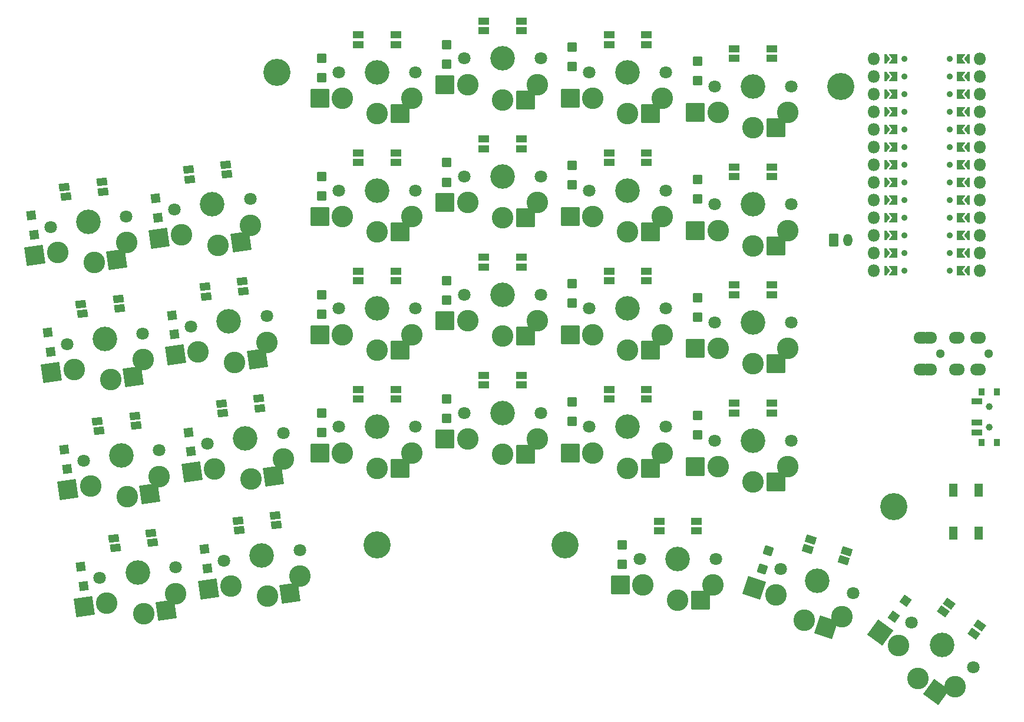
<source format=gbr>
%TF.GenerationSoftware,KiCad,Pcbnew,8.0.7-8.0.7-0~ubuntu24.04.1*%
%TF.CreationDate,2025-01-01T23:44:26+01:00*%
%TF.ProjectId,speedy-o_north-face-finished-extended_VCC,73706565-6479-42d6-9f5f-6e6f7274682d,v1.0.0*%
%TF.SameCoordinates,Original*%
%TF.FileFunction,Soldermask,Bot*%
%TF.FilePolarity,Negative*%
%FSLAX46Y46*%
G04 Gerber Fmt 4.6, Leading zero omitted, Abs format (unit mm)*
G04 Created by KiCad (PCBNEW 8.0.7-8.0.7-0~ubuntu24.04.1) date 2025-01-01 23:44:26*
%MOMM*%
%LPD*%
G01*
G04 APERTURE LIST*
G04 Aperture macros list*
%AMRoundRect*
0 Rectangle with rounded corners*
0 $1 Rounding radius*
0 $2 $3 $4 $5 $6 $7 $8 $9 X,Y pos of 4 corners*
0 Add a 4 corners polygon primitive as box body*
4,1,4,$2,$3,$4,$5,$6,$7,$8,$9,$2,$3,0*
0 Add four circle primitives for the rounded corners*
1,1,$1+$1,$2,$3*
1,1,$1+$1,$4,$5*
1,1,$1+$1,$6,$7*
1,1,$1+$1,$8,$9*
0 Add four rect primitives between the rounded corners*
20,1,$1+$1,$2,$3,$4,$5,0*
20,1,$1+$1,$4,$5,$6,$7,0*
20,1,$1+$1,$6,$7,$8,$9,0*
20,1,$1+$1,$8,$9,$2,$3,0*%
%AMFreePoly0*
4,1,16,-0.214645,0.660355,-0.210957,0.656235,0.289043,0.031235,0.299694,-0.005522,0.289043,-0.031235,-0.210957,-0.656235,-0.244478,-0.674694,-0.250000,-0.675000,-0.500000,-0.675000,-0.535355,-0.660355,-0.550000,-0.625000,-0.550000,0.625000,-0.535355,0.660355,-0.500000,0.675000,-0.250000,0.675000,-0.214645,0.660355,-0.214645,0.660355,$1*%
%AMFreePoly1*
4,1,16,0.535355,0.660355,0.550000,0.625000,0.550000,-0.625000,0.535355,-0.660355,0.500000,-0.675000,-0.650000,-0.675000,-0.685355,-0.660355,-0.700000,-0.625000,-0.689043,-0.593765,-0.214031,0.000000,-0.689043,0.593765,-0.699694,0.630522,-0.681235,0.664043,-0.650000,0.675000,0.500000,0.675000,0.535355,0.660355,0.535355,0.660355,$1*%
G04 Aperture macros list end*
%ADD10RoundRect,0.050000X-0.600000X0.600000X-0.600000X-0.600000X0.600000X-0.600000X0.600000X0.600000X0*%
%ADD11RoundRect,0.050000X-0.677665X0.510657X-0.510657X-0.677665X0.677665X-0.510657X0.510657X0.677665X0*%
%ADD12C,1.801800*%
%ADD13C,3.100000*%
%ADD14C,3.529000*%
%ADD15RoundRect,0.050000X1.300000X1.300000X-1.300000X1.300000X-1.300000X-1.300000X1.300000X-1.300000X0*%
%ADD16C,1.300000*%
%ADD17O,2.300000X1.700000*%
%ADD18C,3.900000*%
%ADD19RoundRect,0.050000X1.815843X0.287601X-0.287601X1.815843X-1.815843X-0.287601X0.287601X-1.815843X0*%
%ADD20RoundRect,0.050000X-0.385224X0.756044X-0.756044X-0.385224X0.385224X-0.756044X0.756044X0.385224X0*%
%ADD21RoundRect,0.050000X-0.600000X-0.850000X0.600000X-0.850000X0.600000X0.850000X-0.600000X0.850000X0*%
%ADD22O,1.300000X1.800000*%
%ADD23RoundRect,0.050000X1.106423X1.468274X-1.468274X1.106423X-1.106423X-1.468274X1.468274X-1.106423X0*%
%ADD24RoundRect,0.050000X-0.550000X0.900000X-0.550000X-0.900000X0.550000X-0.900000X0.550000X0.900000X0*%
%ADD25O,1.800000X1.800000*%
%ADD26FreePoly0,0.000000*%
%ADD27FreePoly1,0.000000*%
%ADD28C,0.900000*%
%ADD29FreePoly1,180.000000*%
%ADD30FreePoly0,180.000000*%
%ADD31RoundRect,0.050000X1.638096X0.834651X-0.834651X1.638096X-1.638096X-0.834651X0.834651X-1.638096X0*%
%ADD32RoundRect,0.050000X-0.132739X0.838081X-0.838081X-0.132739X0.132739X-0.838081X0.838081X0.132739X0*%
%ADD33RoundRect,0.050000X0.400000X-0.500000X0.400000X0.500000X-0.400000X0.500000X-0.400000X-0.500000X0*%
%ADD34RoundRect,0.050000X0.750000X-0.350000X0.750000X0.350000X-0.750000X0.350000X-0.750000X-0.350000X0*%
%ADD35C,1.000000*%
%ADD36RoundRect,0.050000X-0.700000X-0.500000X0.700000X-0.500000X0.700000X0.500000X-0.700000X0.500000X0*%
%ADD37RoundRect,0.050000X0.623601X0.592555X-0.762774X0.397713X-0.623601X-0.592555X0.762774X-0.397713X0*%
%ADD38RoundRect,0.050000X0.700000X0.500000X-0.700000X0.500000X-0.700000X-0.500000X0.700000X-0.500000X0*%
%ADD39RoundRect,0.050000X-0.820248X-0.259216X0.511231X-0.691840X0.820248X0.259216X-0.511231X0.691840X0*%
%ADD40RoundRect,0.050000X-0.860205X0.006941X0.272419X-0.815958X0.860205X-0.006941X-0.272419X0.815958X0*%
%ADD41RoundRect,0.050000X-0.623601X-0.592555X0.762774X-0.397713X0.623601X0.592555X-0.762774X0.397713X0*%
G04 APERTURE END LIST*
D10*
%TO.C,D20*%
X126413100Y-76006300D03*
X126413100Y-78806300D03*
%TD*%
%TO.C,D3*%
X162413100Y-91406300D03*
X162413100Y-94206300D03*
%TD*%
D11*
%TO.C,D13*%
X109624358Y-146627725D03*
X110014042Y-149400475D03*
%TD*%
D12*
%TO.C,S15*%
X157913100Y-93006300D03*
D13*
X157413100Y-96756300D03*
X152413100Y-98956300D03*
X152413100Y-98956300D03*
D14*
X152413100Y-93006300D03*
D13*
X147413100Y-96756300D03*
D12*
X146913100Y-93006300D03*
D15*
X155688100Y-98956300D03*
X144138100Y-96756300D03*
%TD*%
D10*
%TO.C,D4*%
X162413100Y-74406300D03*
X162413100Y-77206300D03*
%TD*%
%TO.C,D1*%
X162413100Y-125406300D03*
X162413100Y-128206300D03*
%TD*%
D16*
%TO.C,TRRS*%
X222313100Y-118506300D03*
X215313100Y-118506300D03*
D17*
X212613100Y-116206300D03*
X212613100Y-120806300D03*
X213713100Y-116206300D03*
X213713100Y-120806300D03*
X217713100Y-116206300D03*
X217713100Y-120806300D03*
X220713100Y-116206300D03*
X220713100Y-120806300D03*
%TD*%
D12*
%TO.C,S13*%
X157913100Y-127006300D03*
D13*
X157413100Y-130756300D03*
X152413100Y-132956300D03*
X152413100Y-132956300D03*
D14*
X152413100Y-127006300D03*
D13*
X147413100Y-130756300D03*
D12*
X146913100Y-127006300D03*
D15*
X155688100Y-132956300D03*
X144138100Y-130756300D03*
%TD*%
D18*
%TO.C,H1*%
X120013100Y-78006300D03*
%TD*%
D10*
%TO.C,D22*%
X144413100Y-108006300D03*
X144413100Y-110806300D03*
%TD*%
%TO.C,D19*%
X126413100Y-93006300D03*
X126413100Y-95806300D03*
%TD*%
D12*
%TO.C,S27*%
X220062693Y-163639119D03*
D13*
X217453990Y-166379040D03*
X212115778Y-165219951D03*
X212115778Y-165219951D03*
D14*
X215613100Y-160406300D03*
D13*
X209363820Y-160501187D03*
D12*
X211163507Y-157173481D03*
D19*
X214765308Y-167144948D03*
X206714290Y-158576191D03*
%TD*%
D12*
%TO.C,S12*%
X139913100Y-78006300D03*
D13*
X139413100Y-81756300D03*
X134413100Y-83956300D03*
X134413100Y-83956300D03*
D14*
X134413100Y-78006300D03*
D13*
X129413100Y-81756300D03*
D12*
X128913100Y-78006300D03*
D15*
X137688100Y-83956300D03*
X126138100Y-81756300D03*
%TD*%
D11*
%TO.C,D12*%
X84701658Y-98629225D03*
X85091342Y-101401975D03*
%TD*%
D18*
%TO.C,H5*%
X201013100Y-80006300D03*
%TD*%
D12*
%TO.C,S22*%
X193913100Y-114006300D03*
D13*
X193413100Y-117756300D03*
X188413100Y-119956300D03*
X188413100Y-119956300D03*
D14*
X188413100Y-114006300D03*
D13*
X183413100Y-117756300D03*
D12*
X182913100Y-114006300D03*
D15*
X191688100Y-119956300D03*
X180138100Y-117756300D03*
%TD*%
D10*
%TO.C,D23*%
X144413100Y-91006300D03*
X144413100Y-93806300D03*
%TD*%
D12*
%TO.C,S11*%
X139913100Y-95006300D03*
D13*
X139413100Y-98756300D03*
X134413100Y-100956300D03*
X134413100Y-100956300D03*
D14*
X134413100Y-95006300D03*
D13*
X129413100Y-98756300D03*
D12*
X128913100Y-95006300D03*
D15*
X137688100Y-100956300D03*
X126138100Y-98756300D03*
%TD*%
D10*
%TO.C,D18*%
X126413100Y-110006300D03*
X126413100Y-112806300D03*
%TD*%
D20*
%TO.C,D26*%
X190622724Y-146832021D03*
X189757476Y-149494979D03*
%TD*%
D21*
%TO.C,JST2*%
X200013100Y-102106300D03*
D22*
X202013100Y-102106300D03*
%TD*%
D12*
%TO.C,S19*%
X175913100Y-95006300D03*
D13*
X175413100Y-98756300D03*
X170413100Y-100956300D03*
X170413100Y-100956300D03*
D14*
X170413100Y-95006300D03*
D13*
X165413100Y-98756300D03*
D12*
X164913100Y-95006300D03*
D15*
X173688100Y-100956300D03*
X162138100Y-98756300D03*
%TD*%
D10*
%TO.C,D6*%
X180413100Y-110406300D03*
X180413100Y-113206300D03*
%TD*%
%TO.C,D5*%
X180413100Y-127406300D03*
X180413100Y-130206300D03*
%TD*%
D11*
%TO.C,D14*%
X107258358Y-129793225D03*
X107648042Y-132565975D03*
%TD*%
D12*
%TO.C,S25*%
X183113100Y-148006300D03*
D13*
X182613100Y-151756300D03*
X177613100Y-153956300D03*
X177613100Y-153956300D03*
D14*
X177613100Y-148006300D03*
D13*
X172613100Y-151756300D03*
D12*
X172113100Y-148006300D03*
D15*
X180888100Y-153956300D03*
X169338100Y-151756300D03*
%TD*%
D12*
%TO.C,S16*%
X157913100Y-76006300D03*
D13*
X157413100Y-79756300D03*
X152413100Y-81956300D03*
X152413100Y-81956300D03*
D14*
X152413100Y-76006300D03*
D13*
X147413100Y-79756300D03*
D12*
X146913100Y-76006300D03*
D15*
X155688100Y-81956300D03*
X144138100Y-79756300D03*
%TD*%
D10*
%TO.C,D21*%
X144413100Y-125006300D03*
X144413100Y-127806300D03*
%TD*%
D12*
%TO.C,S23*%
X193913100Y-97006300D03*
D13*
X193413100Y-100756300D03*
X188413100Y-102956300D03*
X188413100Y-102956300D03*
D14*
X188413100Y-97006300D03*
D13*
X183413100Y-100756300D03*
D12*
X182913100Y-97006300D03*
D15*
X191688100Y-102956300D03*
X180138100Y-100756300D03*
%TD*%
D11*
%TO.C,D16*%
X102526458Y-96124025D03*
X102916142Y-98896775D03*
%TD*%
D10*
%TO.C,D25*%
X169613100Y-146006300D03*
X169613100Y-148806300D03*
%TD*%
%TO.C,D7*%
X180413100Y-93406300D03*
X180413100Y-96206300D03*
%TD*%
D12*
%TO.C,S4*%
X98348674Y-98730848D03*
D13*
X98375438Y-102513940D03*
X93730280Y-105388395D03*
X93730280Y-105388395D03*
D14*
X92902200Y-99496300D03*
D13*
X88472759Y-103905671D03*
D12*
X87455726Y-100261752D03*
D23*
X96973408Y-104932603D03*
X85229631Y-104361463D03*
%TD*%
D12*
%TO.C,S24*%
X193913100Y-80006300D03*
D13*
X193413100Y-83756300D03*
X188413100Y-85956300D03*
X188413100Y-85956300D03*
D14*
X188413100Y-80006300D03*
D13*
X183413100Y-83756300D03*
D12*
X182913100Y-80006300D03*
D15*
X191688100Y-85956300D03*
X180138100Y-83756300D03*
%TD*%
D10*
%TO.C,D8*%
X180413100Y-76406300D03*
X180413100Y-79206300D03*
%TD*%
D12*
%TO.C,S20*%
X175913100Y-78006300D03*
D13*
X175413100Y-81756300D03*
X170413100Y-83956300D03*
X170413100Y-83956300D03*
D14*
X170413100Y-78006300D03*
D13*
X165413100Y-81756300D03*
D12*
X164913100Y-78006300D03*
D15*
X173688100Y-83956300D03*
X162138100Y-81756300D03*
%TD*%
D18*
%TO.C,H3*%
X161413100Y-146006300D03*
%TD*%
D12*
%TO.C,S21*%
X193913100Y-131006300D03*
D13*
X193413100Y-134756300D03*
X188413100Y-136956300D03*
X188413100Y-136956300D03*
D14*
X188413100Y-131006300D03*
D13*
X183413100Y-134756300D03*
D12*
X182913100Y-131006300D03*
D15*
X191688100Y-136956300D03*
X180138100Y-134756300D03*
%TD*%
D21*
%TO.C,JST1*%
X200013100Y-102106300D03*
D22*
X202013100Y-102106300D03*
%TD*%
D11*
%TO.C,D9*%
X91799558Y-149132825D03*
X92189242Y-151905575D03*
%TD*%
D12*
%TO.C,S10*%
X139913100Y-112006300D03*
D13*
X139413100Y-115756300D03*
X134413100Y-117956300D03*
X134413100Y-117956300D03*
D14*
X134413100Y-112006300D03*
D13*
X129413100Y-115756300D03*
D12*
X128913100Y-112006300D03*
D15*
X137688100Y-117956300D03*
X126138100Y-115756300D03*
%TD*%
D18*
%TO.C,H2*%
X134413100Y-146006300D03*
%TD*%
D12*
%TO.C,S8*%
X116173474Y-96225748D03*
D13*
X116200238Y-100008840D03*
X111555080Y-102883295D03*
X111555080Y-102883295D03*
D14*
X110727000Y-96991200D03*
D13*
X106297559Y-101400571D03*
D12*
X105280526Y-97756652D03*
D23*
X114798208Y-102427503D03*
X103054431Y-101856363D03*
%TD*%
D24*
%TO.C,B2*%
X220863100Y-138106300D03*
X220863100Y-144306300D03*
X217163100Y-138106300D03*
X217163100Y-144306300D03*
%TD*%
D12*
%TO.C,S18*%
X175913100Y-112006300D03*
D13*
X175413100Y-115756300D03*
X170413100Y-117956300D03*
X170413100Y-117956300D03*
D14*
X170413100Y-112006300D03*
D13*
X165413100Y-115756300D03*
D12*
X164913100Y-112006300D03*
D15*
X173688100Y-117956300D03*
X162138100Y-115756300D03*
%TD*%
D11*
%TO.C,D15*%
X104892458Y-112958625D03*
X105282142Y-115731375D03*
%TD*%
D10*
%TO.C,D24*%
X144413100Y-74006300D03*
X144413100Y-76806300D03*
%TD*%
D18*
%TO.C,H4*%
X208663400Y-140496900D03*
%TD*%
D25*
%TO.C,pm*%
X205793100Y-76036300D03*
D26*
X207793100Y-76036300D03*
D27*
X208638100Y-76036300D03*
D28*
X210151100Y-76036300D03*
D25*
X205793100Y-78576300D03*
D26*
X207793100Y-78576300D03*
D27*
X208638100Y-78576300D03*
D28*
X210151100Y-78576300D03*
D25*
X205793100Y-81116300D03*
D26*
X207793100Y-81116300D03*
D27*
X208638100Y-81116300D03*
D28*
X210151100Y-81116300D03*
D25*
X205793100Y-83656300D03*
D26*
X207793100Y-83656300D03*
D27*
X208638100Y-83656300D03*
D28*
X210151100Y-83656300D03*
D25*
X205793100Y-86196300D03*
D26*
X207793100Y-86196300D03*
D27*
X208638100Y-86196300D03*
D28*
X210151100Y-86196300D03*
D25*
X205793100Y-88736300D03*
D26*
X207793100Y-88736300D03*
D27*
X208638100Y-88736300D03*
D28*
X210151100Y-88736300D03*
D25*
X205793100Y-91276300D03*
D26*
X207793100Y-91276300D03*
D27*
X208638100Y-91276300D03*
D28*
X210151100Y-91276300D03*
D25*
X205793100Y-93816300D03*
D26*
X207793100Y-93816300D03*
D27*
X208638100Y-93816300D03*
D28*
X210151100Y-93816300D03*
D25*
X205793100Y-96356300D03*
D26*
X207793100Y-96356300D03*
D27*
X208638100Y-96356300D03*
D28*
X210151100Y-96356300D03*
D25*
X205793100Y-98896300D03*
D26*
X207793100Y-98896300D03*
D27*
X208638100Y-98896300D03*
D28*
X210151100Y-98896300D03*
D25*
X205793100Y-101436300D03*
D26*
X207793100Y-101436300D03*
D27*
X208638100Y-101436300D03*
D28*
X210151100Y-101436300D03*
D25*
X205793100Y-103976300D03*
D26*
X207793100Y-103976300D03*
D27*
X208638100Y-103976300D03*
D28*
X210151100Y-103976300D03*
D25*
X205793100Y-106516300D03*
D26*
X207793100Y-106516300D03*
D27*
X208638100Y-106516300D03*
D28*
X210151100Y-106516300D03*
X216675100Y-106516300D03*
D29*
X218188100Y-106516300D03*
D30*
X219033100Y-106516300D03*
D25*
X221033100Y-106516300D03*
D28*
X216675100Y-103976300D03*
D29*
X218188100Y-103976300D03*
D30*
X219033100Y-103976300D03*
D25*
X221033100Y-103976300D03*
D28*
X216675100Y-101436300D03*
D29*
X218188100Y-101436300D03*
D30*
X219033100Y-101436300D03*
D25*
X221033100Y-101436300D03*
D28*
X216675100Y-98896300D03*
D29*
X218188100Y-98896300D03*
D30*
X219033100Y-98896300D03*
D25*
X221033100Y-98896300D03*
D28*
X216675100Y-96356300D03*
D29*
X218188100Y-96356300D03*
D30*
X219033100Y-96356300D03*
D25*
X221033100Y-96356300D03*
D28*
X216675100Y-93816300D03*
D29*
X218188100Y-93816300D03*
D30*
X219033100Y-93816300D03*
D25*
X221033100Y-93816300D03*
D28*
X216675100Y-91276300D03*
D29*
X218188100Y-91276300D03*
D30*
X219033100Y-91276300D03*
D25*
X221033100Y-91276300D03*
D28*
X216675100Y-88736300D03*
D29*
X218188100Y-88736300D03*
D30*
X219033100Y-88736300D03*
D25*
X221033100Y-88736300D03*
D28*
X216675100Y-86196300D03*
D29*
X218188100Y-86196300D03*
D30*
X219033100Y-86196300D03*
D25*
X221033100Y-86196300D03*
D28*
X216675100Y-83656300D03*
D29*
X218188100Y-83656300D03*
D30*
X219033100Y-83656300D03*
D25*
X221033100Y-83656300D03*
D28*
X216675100Y-81116300D03*
D29*
X218188100Y-81116300D03*
D30*
X219033100Y-81116300D03*
D25*
X221033100Y-81116300D03*
D28*
X216675100Y-78576300D03*
D29*
X218188100Y-78576300D03*
D30*
X219033100Y-78576300D03*
D25*
X221033100Y-78576300D03*
D28*
X216675100Y-76036300D03*
D29*
X218188100Y-76036300D03*
D30*
X219033100Y-76036300D03*
D25*
X221033100Y-76036300D03*
%TD*%
D12*
%TO.C,S26*%
X202843911Y-152905893D03*
D13*
X201209569Y-156317847D03*
X195774449Y-156865086D03*
X195774449Y-156865086D03*
D14*
X197613100Y-151206300D03*
D13*
X191699004Y-153227677D03*
D12*
X192382289Y-149506707D03*
D31*
X198889159Y-157877117D03*
X188584294Y-152215646D03*
%TD*%
D10*
%TO.C,D17*%
X126413100Y-127006300D03*
X126413100Y-129806300D03*
%TD*%
D12*
%TO.C,S14*%
X157913100Y-110006300D03*
D13*
X157413100Y-113756300D03*
X152413100Y-115956300D03*
X152413100Y-115956300D03*
D14*
X152413100Y-110006300D03*
D13*
X147413100Y-113756300D03*
D12*
X146913100Y-110006300D03*
D15*
X155688100Y-115956300D03*
X144138100Y-113756300D03*
%TD*%
D12*
%TO.C,S2*%
X103080574Y-132399948D03*
D13*
X103107338Y-136183040D03*
X98462180Y-139057495D03*
X98462180Y-139057495D03*
D14*
X97634100Y-133165400D03*
D13*
X93204659Y-137574771D03*
D12*
X92187626Y-133930852D03*
D23*
X101705308Y-138601703D03*
X89961531Y-138030563D03*
%TD*%
D12*
%TO.C,S9*%
X139913100Y-129006300D03*
D13*
X139413100Y-132756300D03*
X134413100Y-134956300D03*
X134413100Y-134956300D03*
D14*
X134413100Y-129006300D03*
D13*
X129413100Y-132756300D03*
D12*
X128913100Y-129006300D03*
D15*
X137688100Y-134956300D03*
X126138100Y-132756300D03*
%TD*%
D11*
%TO.C,D10*%
X89433558Y-132298325D03*
X89823242Y-135071075D03*
%TD*%
%TO.C,D11*%
X87067658Y-115463725D03*
X87457342Y-118236475D03*
%TD*%
D12*
%TO.C,S7*%
X118539374Y-113060348D03*
D13*
X118566138Y-116843440D03*
X113920980Y-119717895D03*
X113920980Y-119717895D03*
D14*
X113092900Y-113825800D03*
D13*
X108663459Y-118235171D03*
D12*
X107646426Y-114591252D03*
D23*
X117164108Y-119262103D03*
X105420331Y-118690963D03*
%TD*%
D12*
%TO.C,S1*%
X105446474Y-149234548D03*
D13*
X105473238Y-153017640D03*
X100828080Y-155892095D03*
X100828080Y-155892095D03*
D14*
X100000000Y-150000000D03*
D13*
X95570559Y-154409371D03*
D12*
X94553526Y-150765452D03*
D23*
X104071208Y-155436303D03*
X92327431Y-154865163D03*
%TD*%
D32*
%TO.C,D27*%
X210316599Y-154085976D03*
X208670801Y-156351224D03*
%TD*%
D10*
%TO.C,D2*%
X162413100Y-108406300D03*
X162413100Y-111206300D03*
%TD*%
D12*
%TO.C,S6*%
X120905374Y-129894848D03*
D13*
X120932138Y-133677940D03*
X116286980Y-136552395D03*
X116286980Y-136552395D03*
D14*
X115458900Y-130660300D03*
D13*
X111029459Y-135069671D03*
D12*
X110012426Y-131425752D03*
D23*
X119530108Y-136096603D03*
X107786331Y-135525463D03*
%TD*%
D33*
%TO.C,T1*%
X221233100Y-131256300D03*
X223443100Y-131256300D03*
D34*
X220583100Y-129856300D03*
D35*
X222343100Y-129106300D03*
X222343100Y-129106300D03*
X222343100Y-126106300D03*
X222343100Y-126106300D03*
D33*
X221233100Y-123956300D03*
X223443100Y-123956300D03*
D34*
X220583100Y-125356300D03*
X220583100Y-128356300D03*
%TD*%
D12*
%TO.C,S5*%
X123271274Y-146729448D03*
D13*
X123298038Y-150512540D03*
X118652880Y-153386995D03*
X118652880Y-153386995D03*
D14*
X117824800Y-147494900D03*
D13*
X113395359Y-151904271D03*
D12*
X112378326Y-148260352D03*
D23*
X121896008Y-152931203D03*
X110152231Y-152360063D03*
%TD*%
D12*
%TO.C,S3*%
X100714574Y-115565448D03*
D13*
X100741338Y-119348540D03*
X96096180Y-122222995D03*
X96096180Y-122222995D03*
D14*
X95268100Y-116330900D03*
D13*
X90838659Y-120740271D03*
D12*
X89821626Y-117096352D03*
D23*
X99339308Y-121767203D03*
X87595531Y-121196063D03*
%TD*%
D12*
%TO.C,S17*%
X175913100Y-129006300D03*
D13*
X175413100Y-132756300D03*
X170413100Y-134956300D03*
X170413100Y-134956300D03*
D14*
X170413100Y-129006300D03*
D13*
X165413100Y-132756300D03*
D12*
X164913100Y-129006300D03*
D15*
X173688100Y-134956300D03*
X162138100Y-132756300D03*
%TD*%
D36*
%TO.C,LED24*%
X191113100Y-76006300D03*
X191113100Y-74606300D03*
X185713100Y-74606300D03*
X185713100Y-76006300D03*
%TD*%
%TO.C,LED14*%
X155113100Y-106006300D03*
X155113100Y-104606300D03*
X149713100Y-104606300D03*
X149713100Y-106006300D03*
%TD*%
D37*
%TO.C,LED8*%
X107301755Y-92019580D03*
X107496597Y-93405955D03*
X112844045Y-92654420D03*
X112649203Y-91268045D03*
%TD*%
D38*
%TO.C,LED23*%
X185713100Y-91606300D03*
X185713100Y-93006300D03*
X191113100Y-93006300D03*
X191113100Y-91606300D03*
%TD*%
D37*
%TO.C,LED6*%
X112033655Y-125688680D03*
X112228497Y-127075055D03*
X117575945Y-126323520D03*
X117381103Y-124937145D03*
%TD*%
D36*
%TO.C,LED10*%
X137113100Y-108006300D03*
X137113100Y-106606300D03*
X131713100Y-106606300D03*
X131713100Y-108006300D03*
%TD*%
D38*
%TO.C,LED15*%
X149713100Y-87606300D03*
X149713100Y-89006300D03*
X155113100Y-89006300D03*
X155113100Y-87606300D03*
%TD*%
%TO.C,LED13*%
X149713100Y-121606300D03*
X149713100Y-123006300D03*
X155113100Y-123006300D03*
X155113100Y-121606300D03*
%TD*%
D39*
%TO.C,LED26*%
X201417041Y-148236384D03*
X201849664Y-146904906D03*
X196713959Y-145236216D03*
X196281336Y-146567694D03*
%TD*%
D40*
%TO.C,LED27*%
X220148596Y-158757232D03*
X220971496Y-157624608D03*
X216602804Y-154450568D03*
X215779904Y-155583192D03*
%TD*%
D38*
%TO.C,LED21*%
X185713100Y-125606300D03*
X185713100Y-127006300D03*
X191113100Y-127006300D03*
X191113100Y-125606300D03*
%TD*%
D41*
%TO.C,LED5*%
X119941845Y-143158020D03*
X119747003Y-141771645D03*
X114399555Y-142523180D03*
X114594397Y-143909555D03*
%TD*%
D38*
%TO.C,LED17*%
X167713100Y-123606300D03*
X167713100Y-125006300D03*
X173113100Y-125006300D03*
X173113100Y-123606300D03*
%TD*%
%TO.C,LED9*%
X131713100Y-123606300D03*
X131713100Y-125006300D03*
X137113100Y-125006300D03*
X137113100Y-123606300D03*
%TD*%
%TO.C,LED19*%
X167713100Y-89606300D03*
X167713100Y-91006300D03*
X173113100Y-91006300D03*
X173113100Y-89606300D03*
%TD*%
D36*
%TO.C,LED18*%
X173113100Y-108006300D03*
X173113100Y-106606300D03*
X167713100Y-106606300D03*
X167713100Y-108006300D03*
%TD*%
%TO.C,LED25*%
X180313100Y-144006300D03*
X180313100Y-142606300D03*
X174913100Y-142606300D03*
X174913100Y-144006300D03*
%TD*%
%TO.C,LED12*%
X137113100Y-74006300D03*
X137113100Y-72606300D03*
X131713100Y-72606300D03*
X131713100Y-74006300D03*
%TD*%
%TO.C,LED16*%
X155113100Y-72006300D03*
X155113100Y-70606300D03*
X149713100Y-70606300D03*
X149713100Y-72006300D03*
%TD*%
D38*
%TO.C,LED11*%
X131713100Y-89606300D03*
X131713100Y-91006300D03*
X137113100Y-91006300D03*
X137113100Y-89606300D03*
%TD*%
D41*
%TO.C,LED7*%
X115209945Y-109488920D03*
X115015103Y-108102545D03*
X109667655Y-108854080D03*
X109862497Y-110240455D03*
%TD*%
%TO.C,LED3*%
X97385145Y-111994020D03*
X97190303Y-110607645D03*
X91842855Y-111359180D03*
X92037697Y-112745555D03*
%TD*%
D36*
%TO.C,LED22*%
X191113100Y-110006300D03*
X191113100Y-108606300D03*
X185713100Y-108606300D03*
X185713100Y-110006300D03*
%TD*%
D41*
%TO.C,LED1*%
X102117045Y-145663120D03*
X101922203Y-144276745D03*
X96574755Y-145028280D03*
X96769597Y-146414655D03*
%TD*%
D37*
%TO.C,LED4*%
X89476955Y-94524680D03*
X89671797Y-95911055D03*
X95019245Y-95159520D03*
X94824403Y-93773145D03*
%TD*%
%TO.C,LED2*%
X94208755Y-128193780D03*
X94403597Y-129580155D03*
X99751045Y-128828620D03*
X99556203Y-127442245D03*
%TD*%
D36*
%TO.C,LED20*%
X173113100Y-74006300D03*
X173113100Y-72606300D03*
X167713100Y-72606300D03*
X167713100Y-74006300D03*
%TD*%
M02*

</source>
